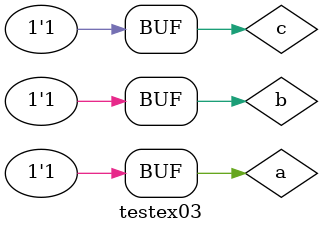
<source format=v>



 module halfSubtractor (a,b,s0,s1);
 output s0, s1;
 input  a, b;
 assign s1 = ~(a) & b;
 
 xor XOR (s0, a, b);
         
endmodule  // ex03

// ---------------------
// -- test ex03
// ---------------------

 module testex03;
 reg a, b, c;
 wire s0, s1, s2, s3, cOut;
 halfSubtractor um (a, b, s0, s1);
 halfSubtractor dois (s0, c, s2, s3);
 assign cOut = s3 | s1;
 
 initial begin
 
      $display("Exercicio 03 - Pedro Tronbin - 410473");
      $display("Teste Operador Diferenca Completa usando 2 Meia-Diferencas.");
      $display("A  -  B  -  C  =  C0  S");
      a=0; b=0; c=0;
    
	 #1  $monitor("%b  -  %b  -  %b  =  %b  %b", a, b, c, cOut, s2);
    #1  a=0; b=0; c=1;
    #1  a=0; b=1; c=0;
    #1  a=0; b=1; c=1;
    #1  a=1; b=0; c=0;
    #1  a=1; b=0; c=1;
    #1  a=1; b=1; c=0;
    #1  a=1; b=1; c=1;

 end

 endmodule // testex03

/* SAIDA

Exercicio 03 - Pedro Tronbin - 410473
    Teste Operador Diferenca Completa usando 2 Meia-Diferencas.
    A  -  B  -  C  =  C0  S
    0  -  0  -  0  =  0  0
    0  -  0  -  1  =  1  1
    0  -  1  -  0  =  1  1
    0  -  1  -  1  =  1  0
    1  -  0  -  0  =  0  1
    1  -  0  -  1  =  0  0
    1  -  1  -  0  =  0  0
    1  -  1  -  1  =  1  1
*/
</source>
